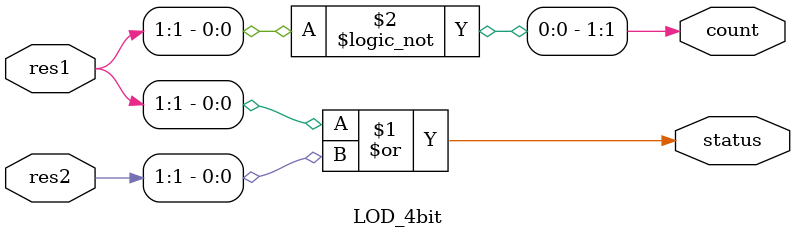
<source format=sv>
module LOD_4bit(
  input wire [1:0] res1,
  input wire [1:0] res2,
  output logic status,
  output logic [1:0] count
  );   
  
  assign status = res1[1] | res2[1];
  assign count[1] = {(res1[1] & res1[0] | !res1[1] & res2[0]), !res1[1]};
   
  
  
endmodule
</source>
